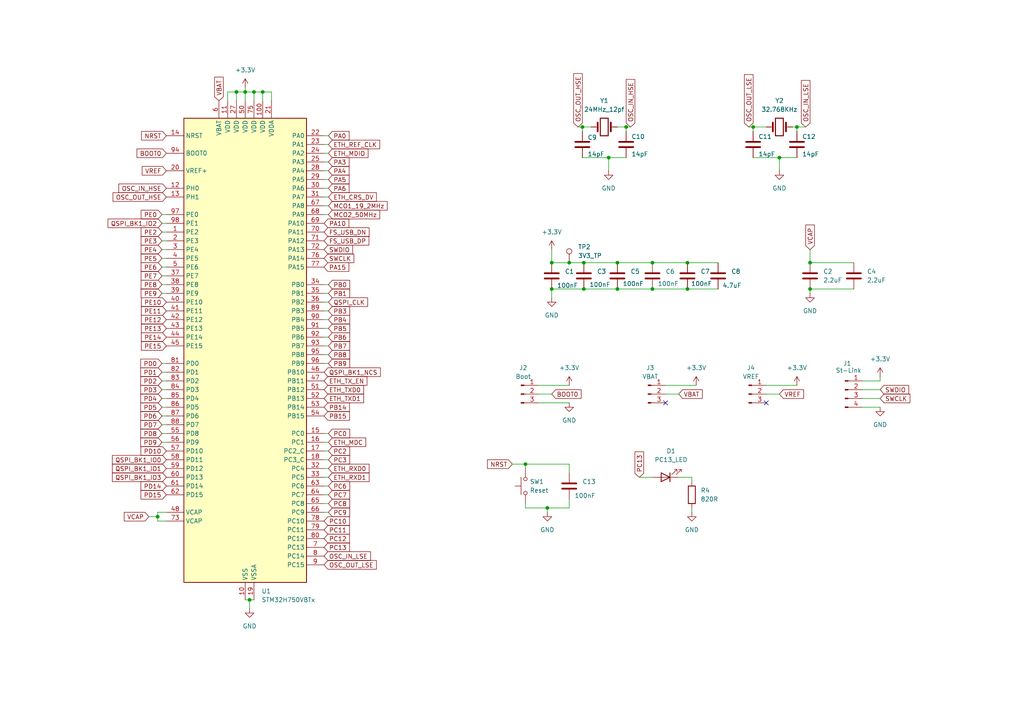
<source format=kicad_sch>
(kicad_sch (version 20231120) (generator "eeschema") (generator_version "8.0")
  (paper "A4")
  (lib_symbols
    (symbol "Connector:Conn_01x03_Pin" (pin_names (offset 1.016) hide)
      (property "Reference" "J" (at 0 5.08 0))
      (property "Value" "Conn_01x03_Pin" (at 0 -5.08 0))
      (symbol "Conn_01x03_Pin_1_1"
        (polyline (pts (xy 1.27 -2.54) (xy 0.8636 -2.54)) (stroke (width 0.1524)))
        (polyline (pts (xy 1.27 0) (xy 0.8636 0)) (stroke (width 0.1524)))
        (polyline (pts (xy 1.27 2.54) (xy 0.8636 2.54)) (stroke (width 0.1524)))
        (rectangle (start 0.8636 -2.413) (end 0 -2.667) (stroke (width 0.1524)) (fill (type outline)))
        (rectangle (start 0.8636 0.127) (end 0 -0.127) (stroke (width 0.1524)) (fill (type outline)))
        (rectangle (start 0.8636 2.667) (end 0 2.413) (stroke (width 0.1524)) (fill (type outline)))
        (pin passive line (at 5.08 2.54 180) (length 3.81) (name "Pin_1") (number "1"))
        (pin passive line (at 5.08 0 180) (length 3.81) (name "Pin_2") (number "2"))
        (pin passive line (at 5.08 -2.54 180) (length 3.81) (name "Pin_3") (number "3"))
      )
    )
    (symbol "Connector:Conn_01x04_Pin" (pin_names (offset 1.016) hide)
      (property "Reference" "J" (at 0 5.08 0))
      (property "Value" "Conn_01x04_Pin" (at 0 -7.62 0))
      (symbol "Conn_01x04_Pin_1_1"
        (polyline (pts (xy 1.27 -5.08) (xy 0.8636 -5.08)) (stroke (width 0.1524)))
        (polyline (pts (xy 1.27 -2.54) (xy 0.8636 -2.54)) (stroke (width 0.1524)))
        (polyline (pts (xy 1.27 0) (xy 0.8636 0)) (stroke (width 0.1524)))
        (polyline (pts (xy 1.27 2.54) (xy 0.8636 2.54)) (stroke (width 0.1524)))
        (rectangle (start 0.8636 -4.953) (end 0 -5.207) (stroke (width 0.1524)) (fill (type outline)))
        (rectangle (start 0.8636 -2.413) (end 0 -2.667) (stroke (width 0.1524)) (fill (type outline)))
        (rectangle (start 0.8636 0.127) (end 0 -0.127) (stroke (width 0.1524)) (fill (type outline)))
        (rectangle (start 0.8636 2.667) (end 0 2.413) (stroke (width 0.1524)) (fill (type outline)))
        (pin passive line (at 5.08 2.54 180) (length 3.81) (name "Pin_1") (number "1"))
        (pin passive line (at 5.08 0 180) (length 3.81) (name "Pin_2") (number "2"))
        (pin passive line (at 5.08 -2.54 180) (length 3.81) (name "Pin_3") (number "3"))
        (pin passive line (at 5.08 -5.08 180) (length 3.81) (name "Pin_4") (number "4"))
      )
    )
    (symbol "Connector:TestPoint" (pin_numbers hide) (pin_names (offset 0.762) hide)
      (property "Reference" "TP" (at 0 6.858 0))
      (property "Value" "TestPoint" (at 0 5.08 0))
      (symbol "TestPoint_0_1"
        (circle (center 0 3.302) (radius 0.762))
      )
      (symbol "TestPoint_1_1"
        (pin passive line (at 0 0 90) (length 2.54) (name "1") (number "1"))
      )
    )
    (symbol "Device:C" (pin_numbers hide) (pin_names (offset 0.254))
      (property "Reference" "C" (at 0.635 2.54 0))
      (property "Value" "C" (at 0.635 -2.54 0))
      (symbol "C_0_1"
        (polyline (pts (xy -2.032 -0.762) (xy 2.032 -0.762)) (stroke (width 0.508)))
        (polyline (pts (xy -2.032 0.762) (xy 2.032 0.762)) (stroke (width 0.508)))
      )
      (symbol "C_1_1"
        (pin passive line (at 0 3.81 270) (length 2.794) (name "~") (number "1"))
        (pin passive line (at 0 -3.81 90) (length 2.794) (name "~") (number "2"))
      )
    )
    (symbol "Device:Crystal" (pin_numbers hide) (pin_names (offset 1.016) hide)
      (property "Reference" "Y" (at 0 3.81 0))
      (property "Value" "Crystal" (at 0 -3.81 0))
      (symbol "Crystal_0_1"
        (rectangle (start -1.143 2.54) (end 1.143 -2.54) (stroke (width 0.3048)))
        (polyline (pts (xy -2.54 0) (xy -1.905 0)))
        (polyline (pts (xy -1.905 -1.27) (xy -1.905 1.27)) (stroke (width 0.508)))
        (polyline (pts (xy 1.905 -1.27) (xy 1.905 1.27)) (stroke (width 0.508)))
        (polyline (pts (xy 2.54 0) (xy 1.905 0)))
      )
      (symbol "Crystal_1_1"
        (pin passive line (at -3.81 0 0) (length 1.27) (name "1") (number "1"))
        (pin passive line (at 3.81 0 180) (length 1.27) (name "2") (number "2"))
      )
    )
    (symbol "Device:LED" (pin_numbers hide) (pin_names (offset 1.016) hide)
      (property "Reference" "D" (at 0 2.54 0))
      (property "Value" "LED" (at 0 -2.54 0))
      (symbol "LED_0_1"
        (polyline (pts (xy -1.27 -1.27) (xy -1.27 1.27)) (stroke (width 0.254)))
        (polyline (pts (xy -1.27 0) (xy 1.27 0)))
        (polyline (pts (xy 1.27 -1.27) (xy 1.27 1.27) (xy -1.27 0) (xy 1.27 -1.27)) (stroke (width 0.254)))
        (polyline (pts (xy -3.048 -0.762) (xy -4.572 -2.286) (xy -3.81 -2.286) (xy -4.572 -2.286) (xy -4.572 -1.524)))
        (polyline (pts (xy -1.778 -0.762) (xy -3.302 -2.286) (xy -2.54 -2.286) (xy -3.302 -2.286) (xy -3.302 -1.524)))
      )
      (symbol "LED_1_1"
        (pin passive line (at -3.81 0 0) (length 2.54) (name "K") (number "1"))
        (pin passive line (at 3.81 0 180) (length 2.54) (name "A") (number "2"))
      )
    )
    (symbol "Device:R" (pin_numbers hide) (pin_names (offset 0))
      (property "Reference" "R" (at 2.032 0 90))
      (property "Value" "R" (at 0 0 90))
      (symbol "R_0_1"
        (rectangle (start -1.016 -2.54) (end 1.016 2.54) (stroke (width 0.254)))
      )
      (symbol "R_1_1"
        (pin passive line (at 0 3.81 270) (length 1.27) (name "~") (number "1"))
        (pin passive line (at 0 -3.81 90) (length 1.27) (name "~") (number "2"))
      )
    )
    (symbol "MCU_ST_STM32H7:STM32H750VBTx"
      (property "Reference" "U" (at -17.78 69.85 0))
      (property "Value" "STM32H750VBTx" (at 10.16 69.85 0))
      (symbol "STM32H750VBTx_0_1"
        (rectangle (start -17.78 -66.04) (end 17.78 68.58) (stroke (width 0.254)) (fill (type background)))
      )
      (symbol "STM32H750VBTx_1_1"
        (pin bidirectional line (at -22.86 35.56 0) (length 5.08) (name "PE2") (number "1"))
        (pin power_in line (at 0 -71.12 90) (length 5.08) (name "VSS") (number "10"))
        (pin power_in line (at 5.08 73.66 270) (length 5.08) (name "VDD") (number "100"))
        (pin power_in line (at -5.08 73.66 270) (length 5.08) (name "VDD") (number "11"))
        (pin bidirectional line (at -22.86 48.26 0) (length 5.08) (name "PH0") (number "12"))
        (pin bidirectional line (at -22.86 45.72 0) (length 5.08) (name "PH1") (number "13"))
        (pin input line (at -22.86 63.5 0) (length 5.08) (name "NRST") (number "14"))
        (pin bidirectional line (at 22.86 -22.86 180) (length 5.08) (name "PC0") (number "15"))
        (pin bidirectional line (at 22.86 -25.4 180) (length 5.08) (name "PC1") (number "16"))
        (pin bidirectional line (at 22.86 -27.94 180) (length 5.08) (name "PC2_C") (number "17"))
        (pin bidirectional line (at 22.86 -30.48 180) (length 5.08) (name "PC3_C") (number "18"))
        (pin power_in line (at 2.54 -71.12 90) (length 5.08) (name "VSSA") (number "19"))
        (pin bidirectional line (at -22.86 33.02 0) (length 5.08) (name "PE3") (number "2"))
        (pin input line (at -22.86 53.34 0) (length 5.08) (name "VREF+") (number "20"))
        (pin power_in line (at 7.62 73.66 270) (length 5.08) (name "VDDA") (number "21"))
        (pin bidirectional line (at 22.86 63.5 180) (length 5.08) (name "PA0") (number "22"))
        (pin bidirectional line (at 22.86 60.96 180) (length 5.08) (name "PA1") (number "23"))
        (pin bidirectional line (at 22.86 58.42 180) (length 5.08) (name "PA2") (number "24"))
        (pin bidirectional line (at 22.86 55.88 180) (length 5.08) (name "PA3") (number "25"))
        (pin passive line (at 0 -71.12 90) (length 5.08) hide (name "VSS") (number "26"))
        (pin power_in line (at -2.54 73.66 270) (length 5.08) (name "VDD") (number "27"))
        (pin bidirectional line (at 22.86 53.34 180) (length 5.08) (name "PA4") (number "28"))
        (pin bidirectional line (at 22.86 50.8 180) (length 5.08) (name "PA5") (number "29"))
        (pin bidirectional line (at -22.86 30.48 0) (length 5.08) (name "PE4") (number "3"))
        (pin bidirectional line (at 22.86 48.26 180) (length 5.08) (name "PA6") (number "30"))
        (pin bidirectional line (at 22.86 45.72 180) (length 5.08) (name "PA7") (number "31"))
        (pin bidirectional line (at 22.86 -33.02 180) (length 5.08) (name "PC4") (number "32"))
        (pin bidirectional line (at 22.86 -35.56 180) (length 5.08) (name "PC5") (number "33"))
        (pin bidirectional line (at 22.86 20.32 180) (length 5.08) (name "PB0") (number "34"))
        (pin bidirectional line (at 22.86 17.78 180) (length 5.08) (name "PB1") (number "35"))
        (pin bidirectional line (at 22.86 15.24 180) (length 5.08) (name "PB2") (number "36"))
        (pin bidirectional line (at -22.86 22.86 0) (length 5.08) (name "PE7") (number "37"))
        (pin bidirectional line (at -22.86 20.32 0) (length 5.08) (name "PE8") (number "38"))
        (pin bidirectional line (at -22.86 17.78 0) (length 5.08) (name "PE9") (number "39"))
        (pin bidirectional line (at -22.86 27.94 0) (length 5.08) (name "PE5") (number "4"))
        (pin bidirectional line (at -22.86 15.24 0) (length 5.08) (name "PE10") (number "40"))
        (pin bidirectional line (at -22.86 12.7 0) (length 5.08) (name "PE11") (number "41"))
        (pin bidirectional line (at -22.86 10.16 0) (length 5.08) (name "PE12") (number "42"))
        (pin bidirectional line (at -22.86 7.62 0) (length 5.08) (name "PE13") (number "43"))
        (pin bidirectional line (at -22.86 5.08 0) (length 5.08) (name "PE14") (number "44"))
        (pin bidirectional line (at -22.86 2.54 0) (length 5.08) (name "PE15") (number "45"))
        (pin bidirectional line (at 22.86 -5.08 180) (length 5.08) (name "PB10") (number "46"))
        (pin bidirectional line (at 22.86 -7.62 180) (length 5.08) (name "PB11") (number "47"))
        (pin power_out line (at -22.86 -45.72 0) (length 5.08) (name "VCAP") (number "48"))
        (pin passive line (at 0 -71.12 90) (length 5.08) hide (name "VSS") (number "49"))
        (pin bidirectional line (at -22.86 25.4 0) (length 5.08) (name "PE6") (number "5"))
        (pin power_in line (at 0 73.66 270) (length 5.08) (name "VDD") (number "50"))
        (pin bidirectional line (at 22.86 -10.16 180) (length 5.08) (name "PB12") (number "51"))
        (pin bidirectional line (at 22.86 -12.7 180) (length 5.08) (name "PB13") (number "52"))
        (pin bidirectional line (at 22.86 -15.24 180) (length 5.08) (name "PB14") (number "53"))
        (pin bidirectional line (at 22.86 -17.78 180) (length 5.08) (name "PB15") (number "54"))
        (pin bidirectional line (at -22.86 -22.86 0) (length 5.08) (name "PD8") (number "55"))
        (pin bidirectional line (at -22.86 -25.4 0) (length 5.08) (name "PD9") (number "56"))
        (pin bidirectional line (at -22.86 -27.94 0) (length 5.08) (name "PD10") (number "57"))
        (pin bidirectional line (at -22.86 -30.48 0) (length 5.08) (name "PD11") (number "58"))
        (pin bidirectional line (at -22.86 -33.02 0) (length 5.08) (name "PD12") (number "59"))
        (pin power_in line (at -7.62 73.66 270) (length 5.08) (name "VBAT") (number "6"))
        (pin bidirectional line (at -22.86 -35.56 0) (length 5.08) (name "PD13") (number "60"))
        (pin bidirectional line (at -22.86 -38.1 0) (length 5.08) (name "PD14") (number "61"))
        (pin bidirectional line (at -22.86 -40.64 0) (length 5.08) (name "PD15") (number "62"))
        (pin bidirectional line (at 22.86 -38.1 180) (length 5.08) (name "PC6") (number "63"))
        (pin bidirectional line (at 22.86 -40.64 180) (length 5.08) (name "PC7") (number "64"))
        (pin bidirectional line (at 22.86 -43.18 180) (length 5.08) (name "PC8") (number "65"))
        (pin bidirectional line (at 22.86 -45.72 180) (length 5.08) (name "PC9") (number "66"))
        (pin bidirectional line (at 22.86 43.18 180) (length 5.08) (name "PA8") (number "67"))
        (pin bidirectional line (at 22.86 40.64 180) (length 5.08) (name "PA9") (number "68"))
        (pin bidirectional line (at 22.86 38.1 180) (length 5.08) (name "PA10") (number "69"))
        (pin bidirectional line (at 22.86 -55.88 180) (length 5.08) (name "PC13") (number "7"))
        (pin bidirectional line (at 22.86 35.56 180) (length 5.08) (name "PA11") (number "70"))
        (pin bidirectional line (at 22.86 33.02 180) (length 5.08) (name "PA12") (number "71"))
        (pin bidirectional line (at 22.86 30.48 180) (length 5.08) (name "PA13") (number "72"))
        (pin power_out line (at -22.86 -48.26 0) (length 5.08) (name "VCAP") (number "73"))
        (pin passive line (at 0 -71.12 90) (length 5.08) hide (name "VSS") (number "74"))
        (pin power_in line (at 2.54 73.66 270) (length 5.08) (name "VDD") (number "75"))
        (pin bidirectional line (at 22.86 27.94 180) (length 5.08) (name "PA14") (number "76"))
        (pin bidirectional line (at 22.86 25.4 180) (length 5.08) (name "PA15") (number "77"))
        (pin bidirectional line (at 22.86 -48.26 180) (length 5.08) (name "PC10") (number "78"))
        (pin bidirectional line (at 22.86 -50.8 180) (length 5.08) (name "PC11") (number "79"))
        (pin bidirectional line (at 22.86 -58.42 180) (length 5.08) (name "PC14") (number "8"))
        (pin bidirectional line (at 22.86 -53.34 180) (length 5.08) (name "PC12") (number "80"))
        (pin bidirectional line (at -22.86 -2.54 0) (length 5.08) (name "PD0") (number "81"))
        (pin bidirectional line (at -22.86 -5.08 0) (length 5.08) (name "PD1") (number "82"))
        (pin bidirectional line (at -22.86 -7.62 0) (length 5.08) (name "PD2") (number "83"))
        (pin bidirectional line (at -22.86 -10.16 0) (length 5.08) (name "PD3") (number "84"))
        (pin bidirectional line (at -22.86 -12.7 0) (length 5.08) (name "PD4") (number "85"))
        (pin bidirectional line (at -22.86 -15.24 0) (length 5.08) (name "PD5") (number "86"))
        (pin bidirectional line (at -22.86 -17.78 0) (length 5.08) (name "PD6") (number "87"))
        (pin bidirectional line (at -22.86 -20.32 0) (length 5.08) (name "PD7") (number "88"))
        (pin bidirectional line (at 22.86 12.7 180) (length 5.08) (name "PB3") (number "89"))
        (pin bidirectional line (at 22.86 -60.96 180) (length 5.08) (name "PC15") (number "9"))
        (pin bidirectional line (at 22.86 10.16 180) (length 5.08) (name "PB4") (number "90"))
        (pin bidirectional line (at 22.86 7.62 180) (length 5.08) (name "PB5") (number "91"))
        (pin bidirectional line (at 22.86 5.08 180) (length 5.08) (name "PB6") (number "92"))
        (pin bidirectional line (at 22.86 2.54 180) (length 5.08) (name "PB7") (number "93"))
        (pin input line (at -22.86 58.42 0) (length 5.08) (name "BOOT0") (number "94"))
        (pin bidirectional line (at 22.86 0 180) (length 5.08) (name "PB8") (number "95"))
        (pin bidirectional line (at 22.86 -2.54 180) (length 5.08) (name "PB9") (number "96"))
        (pin bidirectional line (at -22.86 40.64 0) (length 5.08) (name "PE0") (number "97"))
        (pin bidirectional line (at -22.86 38.1 0) (length 5.08) (name "PE1") (number "98"))
        (pin passive line (at 0 -71.12 90) (length 5.08) hide (name "VSS") (number "99"))
      )
    )
    (symbol "Switch:SW_Push" (pin_numbers hide) (pin_names (offset 1.016) hide)
      (property "Reference" "SW" (at 1.27 2.54 0))
      (property "Value" "SW_Push" (at 0 -1.524 0))
      (symbol "SW_Push_0_1"
        (circle (center -2.032 0) (radius 0.508))
        (polyline (pts (xy 0 1.27) (xy 0 3.048)))
        (polyline (pts (xy 2.54 1.27) (xy -2.54 1.27)))
        (circle (center 2.032 0) (radius 0.508))
        (pin passive line (at -5.08 0 0) (length 2.54) (name "1") (number "1"))
        (pin passive line (at 5.08 0 180) (length 2.54) (name "2") (number "2"))
      )
    )
    (symbol "power:+3.3V" (power) (pin_numbers hide) (pin_names (offset 0) hide)
      (property "Value" "+3.3V" (at 0 3.556 0))
      (symbol "+3.3V_0_1"
        (polyline (pts (xy -0.762 1.27) (xy 0 2.54)))
        (polyline (pts (xy 0 0) (xy 0 2.54)))
        (polyline (pts (xy 0 2.54) (xy 0.762 1.27)))
      )
      (symbol "+3.3V_1_1"
        (pin power_in line (at 0 0 90) (length 0) (name "~") (number "1"))
      )
    )
    (symbol "power:GND" (power) (pin_numbers hide) (pin_names (offset 0) hide)
      (property "Value" "GND" (at 0 -3.81 0))
      (symbol "GND_0_1"
        (polyline (pts (xy 0 0) (xy 0 -1.27) (xy 1.27 -1.27) (xy 0 -2.54) (xy -1.27 -1.27) (xy 0 -1.27)))
      )
      (symbol "GND_1_1"
        (pin power_in line (at 0 0 270) (length 0) (name "~") (number "1"))
      )
    )
  )
  (junction (at 231.14 36.83))
  (junction (at 73.66 26.67))
  (junction (at 72.39 173.99))
  (junction (at 199.39 83.82))
  (junction (at 199.39 76.2))
  (junction (at 160.02 76.2))
  (junction (at 169.3371 83.82))
  (junction (at 189.23 83.82))
  (junction (at 181.61 36.83))
  (junction (at 152.4 134.62))
  (junction (at 218.44 36.83))
  (junction (at 71.12 26.67))
  (junction (at 189.23 76.2))
  (junction (at 169.3371 76.2))
  (junction (at 168.91 36.83))
  (junction (at 179.07 83.82))
  (junction (at 45.72 149.86))
  (junction (at 179.07 76.2))
  (junction (at 76.2 26.67))
  (junction (at 68.58 26.67))
  (junction (at 160.02 83.82))
  (junction (at 176.53 45.72))
  (junction (at 234.95 83.82))
  (junction (at 234.95 76.2))
  (junction (at 226.06 45.72))
  (junction (at 158.75 147.32))
  (junction (at 165.1 76.2))
  (no_connect (at 222.25 116.84))
  (no_connect (at 193.04 116.84))
  (wire (pts (xy 95.25 62.23) (xy 93.98 62.23)))
  (wire (pts (xy 66.04 26.67) (xy 66.04 29.21)))
  (wire (pts (xy 250.19 113.03) (xy 255.27 113.03)))
  (wire (pts (xy 234.95 76.2) (xy 247.65 76.2)))
  (wire (pts (xy 189.23 83.82) (xy 199.39 83.82)))
  (wire (pts (xy 250.19 110.49) (xy 255.27 110.49)))
  (wire (pts (xy 95.25 130.81) (xy 93.98 130.81)))
  (wire (pts (xy 46.99 115.57) (xy 48.26 115.57)))
  (wire (pts (xy 152.4 147.32) (xy 158.75 147.32)))
  (wire (pts (xy 160.02 114.3) (xy 156.21 114.3)))
  (wire (pts (xy 48.26 148.59) (xy 45.72 148.59)))
  (wire (pts (xy 218.44 36.83) (xy 218.44 38.1)))
  (wire (pts (xy 46.99 105.41) (xy 48.26 105.41)))
  (wire (pts (xy 95.25 82.55) (xy 93.98 82.55)))
  (wire (pts (xy 95.25 105.41) (xy 93.98 105.41)))
  (wire (pts (xy 152.4 147.32) (xy 152.4 146.05)))
  (wire (pts (xy 78.74 29.21) (xy 78.74 26.67)))
  (wire (pts (xy 179.07 36.83) (xy 181.61 36.83)))
  (wire (pts (xy 234.95 83.82) (xy 234.95 85.09)))
  (wire (pts (xy 158.75 147.32) (xy 165.1 147.32)))
  (wire (pts (xy 95.25 148.59) (xy 93.98 148.59)))
  (wire (pts (xy 95.25 135.89) (xy 93.98 135.89)))
  (wire (pts (xy 226.06 45.72) (xy 226.06 49.53)))
  (wire (pts (xy 46.99 64.77) (xy 48.26 64.77)))
  (wire (pts (xy 176.53 45.72) (xy 176.53 49.53)))
  (wire (pts (xy 76.2 26.67) (xy 73.66 26.67)))
  (wire (pts (xy 45.72 149.86) (xy 43.18 149.86)))
  (wire (pts (xy 169.3371 83.82) (xy 179.07 83.82)))
  (wire (pts (xy 231.14 36.83) (xy 231.14 38.1)))
  (wire (pts (xy 168.91 45.72) (xy 176.53 45.72)))
  (wire (pts (xy 226.06 45.72) (xy 231.14 45.72)))
  (wire (pts (xy 250.19 118.11) (xy 255.27 118.11)))
  (wire (pts (xy 95.25 138.43) (xy 93.98 138.43)))
  (wire (pts (xy 95.25 92.71) (xy 93.98 92.71)))
  (wire (pts (xy 167.64 36.83) (xy 168.91 36.83)))
  (wire (pts (xy 217.17 36.83) (xy 218.44 36.83)))
  (wire (pts (xy 160.02 76.2) (xy 165.1 76.2)))
  (wire (pts (xy 199.39 83.82) (xy 208.28 83.82)))
  (wire (pts (xy 189.23 76.2) (xy 199.39 76.2)))
  (wire (pts (xy 95.25 100.33) (xy 93.98 100.33)))
  (wire (pts (xy 46.99 67.31) (xy 48.26 67.31)))
  (wire (pts (xy 229.87 36.83) (xy 231.14 36.83)))
  (wire (pts (xy 95.25 102.87) (xy 93.98 102.87)))
  (wire (pts (xy 152.4 134.62) (xy 152.4 135.89)))
  (wire (pts (xy 95.25 52.07) (xy 93.98 52.07)))
  (wire (pts (xy 226.06 114.3) (xy 222.25 114.3)))
  (wire (pts (xy 46.99 107.95) (xy 48.26 107.95)))
  (wire (pts (xy 72.39 173.99) (xy 72.39 176.53)))
  (wire (pts (xy 45.72 151.13) (xy 45.72 149.86)))
  (wire (pts (xy 160.02 83.82) (xy 169.3371 83.82)))
  (wire (pts (xy 95.25 95.25) (xy 93.98 95.25)))
  (wire (pts (xy 160.02 72.39) (xy 160.02 76.2)))
  (wire (pts (xy 95.25 140.97) (xy 93.98 140.97)))
  (wire (pts (xy 46.99 74.93) (xy 48.26 74.93)))
  (wire (pts (xy 95.25 87.63) (xy 93.98 87.63)))
  (wire (pts (xy 255.27 110.49) (xy 255.27 109.22)))
  (wire (pts (xy 193.04 111.76) (xy 201.93 111.76)))
  (wire (pts (xy 168.91 36.83) (xy 168.91 38.1)))
  (wire (pts (xy 196.85 114.3) (xy 193.04 114.3)))
  (wire (pts (xy 46.99 120.65) (xy 48.26 120.65)))
  (wire (pts (xy 78.74 26.67) (xy 76.2 26.67)))
  (wire (pts (xy 176.53 45.72) (xy 181.61 45.72)))
  (wire (pts (xy 46.99 113.03) (xy 48.26 113.03)))
  (wire (pts (xy 68.58 26.67) (xy 66.04 26.67)))
  (wire (pts (xy 95.25 133.35) (xy 93.98 133.35)))
  (wire (pts (xy 46.99 69.85) (xy 48.26 69.85)))
  (wire (pts (xy 95.25 57.15) (xy 93.98 57.15)))
  (wire (pts (xy 45.72 148.59) (xy 45.72 149.86)))
  (wire (pts (xy 179.07 76.2) (xy 189.23 76.2)))
  (wire (pts (xy 46.99 77.47) (xy 48.26 77.47)))
  (wire (pts (xy 68.58 26.67) (xy 68.58 29.21)))
  (wire (pts (xy 71.12 26.67) (xy 68.58 26.67)))
  (wire (pts (xy 46.99 82.55) (xy 48.26 82.55)))
  (wire (pts (xy 71.12 173.99) (xy 72.39 173.99)))
  (wire (pts (xy 95.25 44.45) (xy 93.98 44.45)))
  (wire (pts (xy 46.99 80.01) (xy 48.26 80.01)))
  (wire (pts (xy 72.39 173.99) (xy 73.66 173.99)))
  (wire (pts (xy 95.25 46.99) (xy 93.98 46.99)))
  (wire (pts (xy 200.66 147.32) (xy 200.66 148.59)))
  (wire (pts (xy 234.95 72.39) (xy 234.95 76.2)))
  (wire (pts (xy 165.1 137.16) (xy 165.1 134.62)))
  (wire (pts (xy 95.25 90.17) (xy 93.98 90.17)))
  (wire (pts (xy 168.91 36.83) (xy 171.45 36.83)))
  (wire (pts (xy 199.39 76.2) (xy 208.28 76.2)))
  (wire (pts (xy 234.95 83.82) (xy 247.65 83.82)))
  (wire (pts (xy 156.21 116.84) (xy 165.1 116.84)))
  (wire (pts (xy 46.99 123.19) (xy 48.26 123.19)))
  (wire (pts (xy 46.99 128.27) (xy 48.26 128.27)))
  (wire (pts (xy 95.25 85.09) (xy 93.98 85.09)))
  (wire (pts (xy 46.99 110.49) (xy 48.26 110.49)))
  (wire (pts (xy 156.21 111.76) (xy 165.1 111.76)))
  (wire (pts (xy 181.61 36.83) (xy 181.61 38.1)))
  (wire (pts (xy 250.19 115.57) (xy 255.27 115.57)))
  (wire (pts (xy 95.25 54.61) (xy 93.98 54.61)))
  (wire (pts (xy 95.25 128.27) (xy 93.98 128.27)))
  (wire (pts (xy 152.4 134.62) (xy 165.1 134.62)))
  (wire (pts (xy 95.25 125.73) (xy 93.98 125.73)))
  (wire (pts (xy 95.25 49.53) (xy 93.98 49.53)))
  (wire (pts (xy 73.66 26.67) (xy 73.66 29.21)))
  (wire (pts (xy 169.3371 76.2) (xy 179.07 76.2)))
  (wire (pts (xy 181.61 36.83) (xy 182.88 36.83)))
  (wire (pts (xy 46.99 72.39) (xy 48.26 72.39)))
  (wire (pts (xy 200.66 138.43) (xy 196.85 138.43)))
  (wire (pts (xy 200.66 139.7) (xy 200.66 138.43)))
  (wire (pts (xy 179.07 83.82) (xy 189.23 83.82)))
  (wire (pts (xy 46.99 85.09) (xy 48.26 85.09)))
  (wire (pts (xy 48.26 151.13) (xy 45.72 151.13)))
  (wire (pts (xy 71.12 25.4) (xy 71.12 26.67)))
  (wire (pts (xy 46.99 125.73) (xy 48.26 125.73)))
  (wire (pts (xy 76.2 26.67) (xy 76.2 29.21)))
  (wire (pts (xy 218.44 45.72) (xy 226.06 45.72)))
  (wire (pts (xy 71.12 26.67) (xy 71.12 29.21)))
  (wire (pts (xy 218.44 36.83) (xy 222.25 36.83)))
  (wire (pts (xy 231.14 36.83) (xy 233.68 36.83)))
  (wire (pts (xy 95.25 143.51) (xy 93.98 143.51)))
  (wire (pts (xy 95.25 39.37) (xy 93.98 39.37)))
  (wire (pts (xy 185.42 138.43) (xy 189.23 138.43)))
  (wire (pts (xy 95.25 41.91) (xy 93.98 41.91)))
  (wire (pts (xy 158.75 147.32) (xy 158.75 148.59)))
  (wire (pts (xy 73.66 26.67) (xy 71.12 26.67)))
  (wire (pts (xy 165.1 144.78) (xy 165.1 147.32)))
  (wire (pts (xy 95.25 59.69) (xy 93.98 59.69)))
  (wire (pts (xy 95.25 97.79) (xy 93.98 97.79)))
  (wire (pts (xy 160.02 83.82) (xy 160.02 86.36)))
  (wire (pts (xy 95.25 146.05) (xy 93.98 146.05)))
  (wire (pts (xy 46.99 62.23) (xy 48.26 62.23)))
  (wire (pts (xy 165.1 76.2) (xy 169.3371 76.2)))
  (wire (pts (xy 148.59 134.62) (xy 152.4 134.62)))
  (wire (pts (xy 222.25 111.76) (xy 231.14 111.76)))
  (wire (pts (xy 46.99 118.11) (xy 48.26 118.11)))
  (global_label "PE11" (shape input) (at 48.26 90.17 180) (property "Intersheetrefs" "${INTERSHEET_REFS}" (effects (hide yes))))
  (global_label "PB4" (shape input) (at 95.25 92.71 0) (property "Intersheetrefs" "${INTERSHEET_REFS}" (effects (hide yes))))
  (global_label "ETH_CRS_DV" (shape input) (at 95.25 57.15 0) (property "Intersheetrefs" "${INTERSHEET_REFS}" (effects (hide yes))))
  (global_label "PE9" (shape input) (at 46.99 85.09 180) (property "Intersheetrefs" "${INTERSHEET_REFS}" (effects (hide yes))))
  (global_label "PD5" (shape input) (at 46.99 118.11 180) (property "Intersheetrefs" "${INTERSHEET_REFS}" (effects (hide yes))))
  (global_label "PB1" (shape input) (at 95.25 85.09 0) (property "Intersheetrefs" "${INTERSHEET_REFS}" (effects (hide yes))))
  (global_label "PB3" (shape input) (at 95.25 90.17 0) (property "Intersheetrefs" "${INTERSHEET_REFS}" (effects (hide yes))))
  (global_label "PC7" (shape input) (at 95.25 143.51 0) (property "Intersheetrefs" "${INTERSHEET_REFS}" (effects (hide yes))))
  (global_label "PE5" (shape input) (at 46.99 74.93 180) (property "Intersheetrefs" "${INTERSHEET_REFS}" (effects (hide yes))))
  (global_label "VREF" (shape input) (at 48.26 49.53 180) (property "Intersheetrefs" "${INTERSHEET_REFS}" (effects (hide yes))))
  (global_label "ETH_RXD1" (shape input) (at 95.25 138.43 0) (property "Intersheetrefs" "${INTERSHEET_REFS}" (effects (hide yes))))
  (global_label "PA10" (shape input) (at 93.98 64.77 0) (property "Intersheetrefs" "${INTERSHEET_REFS}" (effects (hide yes))))
  (global_label "PC6" (shape input) (at 95.25 140.97 0) (property "Intersheetrefs" "${INTERSHEET_REFS}" (effects (hide yes))))
  (global_label "PC9" (shape input) (at 95.25 148.59 0) (property "Intersheetrefs" "${INTERSHEET_REFS}" (effects (hide yes))))
  (global_label "PD4" (shape input) (at 46.99 115.57 180) (property "Intersheetrefs" "${INTERSHEET_REFS}" (effects (hide yes))))
  (global_label "PC11" (shape input) (at 93.98 153.67 0) (property "Intersheetrefs" "${INTERSHEET_REFS}" (effects (hide yes))))
  (global_label "ETH_REF_CLK" (shape input) (at 95.25 41.91 0) (property "Intersheetrefs" "${INTERSHEET_REFS}" (effects (hide yes))))
  (global_label "PA3" (shape input) (at 95.25 46.99 0) (property "Intersheetrefs" "${INTERSHEET_REFS}" (effects (hide yes))))
  (global_label "PD7" (shape input) (at 46.99 123.19 180) (property "Intersheetrefs" "${INTERSHEET_REFS}" (effects (hide yes))))
  (global_label "PC3" (shape input) (at 95.25 133.35 0) (property "Intersheetrefs" "${INTERSHEET_REFS}" (effects (hide yes))))
  (global_label "PC8" (shape input) (at 95.25 146.05 0) (property "Intersheetrefs" "${INTERSHEET_REFS}" (effects (hide yes))))
  (global_label "NRST" (shape input) (at 48.26 39.37 180) (property "Intersheetrefs" "${INTERSHEET_REFS}" (effects (hide yes))))
  (global_label "PE6" (shape input) (at 46.99 77.47 180) (property "Intersheetrefs" "${INTERSHEET_REFS}" (effects (hide yes))))
  (global_label "PC2" (shape input) (at 95.25 130.81 0) (property "Intersheetrefs" "${INTERSHEET_REFS}" (effects (hide yes))))
  (global_label "PA15" (shape input) (at 93.98 77.47 0) (property "Intersheetrefs" "${INTERSHEET_REFS}" (effects (hide yes))))
  (global_label "OSC_OUT_HSE" (shape input) (at 48.26 57.15 180) (property "Intersheetrefs" "${INTERSHEET_REFS}" (effects (hide yes))))
  (global_label "PE3" (shape input) (at 46.99 69.85 180) (property "Intersheetrefs" "${INTERSHEET_REFS}" (effects (hide yes))))
  (global_label "BOOT0" (shape input) (at 48.26 44.45 180) (property "Intersheetrefs" "${INTERSHEET_REFS}" (effects (hide yes))))
  (global_label "OSC_OUT_LSE" (shape input) (at 93.98 163.83 0) (property "Intersheetrefs" "${INTERSHEET_REFS}" (effects (hide yes))))
  (global_label "PA4" (shape input) (at 95.25 49.53 0) (property "Intersheetrefs" "${INTERSHEET_REFS}" (effects (hide yes))))
  (global_label "PE10" (shape input) (at 48.26 87.63 180) (property "Intersheetrefs" "${INTERSHEET_REFS}" (effects (hide yes))))
  (global_label "PE13" (shape input) (at 48.26 95.25 180) (property "Intersheetrefs" "${INTERSHEET_REFS}" (effects (hide yes))))
  (global_label "ETH_MDIO" (shape input) (at 95.25 44.45 0) (property "Intersheetrefs" "${INTERSHEET_REFS}" (effects (hide yes))))
  (global_label "VCAP" (shape input) (at 234.95 72.39 90) (property "Intersheetrefs" "${INTERSHEET_REFS}" (effects (hide yes))))
  (global_label "PE14" (shape input) (at 48.26 97.79 180) (property "Intersheetrefs" "${INTERSHEET_REFS}" (effects (hide yes))))
  (global_label "PE12" (shape input) (at 48.26 92.71 180) (property "Intersheetrefs" "${INTERSHEET_REFS}" (effects (hide yes))))
  (global_label "OSC_OUT_LSE" (shape input) (at 217.17 36.83 90) (property "Intersheetrefs" "${INTERSHEET_REFS}" (effects (hide yes))))
  (global_label "PC13" (shape input) (at 93.98 158.75 0) (property "Intersheetrefs" "${INTERSHEET_REFS}" (effects (hide yes))))
  (global_label "OSC_IN_HSE" (shape input) (at 182.88 36.83 90) (property "Intersheetrefs" "${INTERSHEET_REFS}" (effects (hide yes))))
  (global_label "PB0" (shape input) (at 95.25 82.55 0) (property "Intersheetrefs" "${INTERSHEET_REFS}" (effects (hide yes))))
  (global_label "PD9" (shape input) (at 46.99 128.27 180) (property "Intersheetrefs" "${INTERSHEET_REFS}" (effects (hide yes))))
  (global_label "PB5" (shape input) (at 95.25 95.25 0) (property "Intersheetrefs" "${INTERSHEET_REFS}" (effects (hide yes))))
  (global_label "ETH_TXD1" (shape input) (at 93.98 115.57 0) (property "Intersheetrefs" "${INTERSHEET_REFS}" (effects (hide yes))))
  (global_label "PB9" (shape input) (at 95.25 105.41 0) (property "Intersheetrefs" "${INTERSHEET_REFS}" (effects (hide yes))))
  (global_label "NRST" (shape input) (at 148.59 134.62 180) (property "Intersheetrefs" "${INTERSHEET_REFS}" (effects (hide yes))))
  (global_label "PE2" (shape input) (at 46.99 67.31 180) (property "Intersheetrefs" "${INTERSHEET_REFS}" (effects (hide yes))))
  (global_label "MCO2_50MHz" (shape input) (at 95.25 62.23 0) (property "Intersheetrefs" "${INTERSHEET_REFS}" (effects (hide yes))))
  (global_label "VREF" (shape input) (at 226.06 114.3 0) (property "Intersheetrefs" "${INTERSHEET_REFS}" (effects (hide yes))))
  (global_label "PD1" (shape input) (at 46.99 107.95 180) (property "Intersheetrefs" "${INTERSHEET_REFS}" (effects (hide yes))))
  (global_label "PC13" (shape input) (at 185.42 138.43 90) (property "Intersheetrefs" "${INTERSHEET_REFS}" (effects (hide yes))))
  (global_label "PA6" (shape input) (at 95.25 54.61 0) (property "Intersheetrefs" "${INTERSHEET_REFS}" (effects (hide yes))))
  (global_label "OSC_IN_HSE" (shape input) (at 48.26 54.61 180) (property "Intersheetrefs" "${INTERSHEET_REFS}" (effects (hide yes))))
  (global_label "SWDIO" (shape input) (at 93.98 72.39 0) (property "Intersheetrefs" "${INTERSHEET_REFS}" (effects (hide yes))))
  (global_label "VBAT" (shape input) (at 196.85 114.3 0) (property "Intersheetrefs" "${INTERSHEET_REFS}" (effects (hide yes))))
  (global_label "FS_USB_DN" (shape input) (at 93.98 67.31 0) (property "Intersheetrefs" "${INTERSHEET_REFS}" (effects (hide yes))))
  (global_label "PA0" (shape input) (at 95.25 39.37 0) (property "Intersheetrefs" "${INTERSHEET_REFS}" (effects (hide yes))))
  (global_label "PB14" (shape input) (at 93.98 118.11 0) (property "Intersheetrefs" "${INTERSHEET_REFS}" (effects (hide yes))))
  (global_label "QSPI_CLK" (shape input) (at 95.25 87.63 0) (property "Intersheetrefs" "${INTERSHEET_REFS}" (effects (hide yes))))
  (global_label "VCAP" (shape input) (at 43.18 149.86 180) (property "Intersheetrefs" "${INTERSHEET_REFS}" (effects (hide yes))))
  (global_label "PD6" (shape input) (at 46.99 120.65 180) (property "Intersheetrefs" "${INTERSHEET_REFS}" (effects (hide yes))))
  (global_label "PB15" (shape input) (at 93.98 120.65 0) (property "Intersheetrefs" "${INTERSHEET_REFS}" (effects (hide yes))))
  (global_label "PD0" (shape input) (at 46.99 105.41 180) (property "Intersheetrefs" "${INTERSHEET_REFS}" (effects (hide yes))))
  (global_label "PA5" (shape input) (at 95.25 52.07 0) (property "Intersheetrefs" "${INTERSHEET_REFS}" (effects (hide yes))))
  (global_label "PC12" (shape input) (at 93.98 156.21 0) (property "Intersheetrefs" "${INTERSHEET_REFS}" (effects (hide yes))))
  (global_label "VBAT" (shape input) (at 63.5 29.21 90) (property "Intersheetrefs" "${INTERSHEET_REFS}" (effects (hide yes))))
  (global_label "QSPI_BK1_IO2" (shape input) (at 46.99 64.77 180) (property "Intersheetrefs" "${INTERSHEET_REFS}" (effects (hide yes))))
  (global_label "PE15" (shape input) (at 48.26 100.33 180) (property "Intersheetrefs" "${INTERSHEET_REFS}" (effects (hide yes))))
  (global_label "QSPI_BK1_IO0" (shape input) (at 48.26 133.35 180) (property "Intersheetrefs" "${INTERSHEET_REFS}" (effects (hide yes))))
  (global_label "PD8" (shape input) (at 46.99 125.73 180) (property "Intersheetrefs" "${INTERSHEET_REFS}" (effects (hide yes))))
  (global_label "PB6" (shape input) (at 95.25 97.79 0) (property "Intersheetrefs" "${INTERSHEET_REFS}" (effects (hide yes))))
  (global_label "ETH_TX_EN" (shape input) (at 93.98 110.49 0) (property "Intersheetrefs" "${INTERSHEET_REFS}" (effects (hide yes))))
  (global_label "PB7" (shape input) (at 95.25 100.33 0) (property "Intersheetrefs" "${INTERSHEET_REFS}" (effects (hide yes))))
  (global_label "QSPI_BK1_IO1" (shape input) (at 48.26 135.89 180) (property "Intersheetrefs" "${INTERSHEET_REFS}" (effects (hide yes))))
  (global_label "PE8" (shape input) (at 46.99 82.55 180) (property "Intersheetrefs" "${INTERSHEET_REFS}" (effects (hide yes))))
  (global_label "SWCLK" (shape input) (at 255.27 115.57 0) (property "Intersheetrefs" "${INTERSHEET_REFS}" (effects (hide yes))))
  (global_label "PD14" (shape input) (at 48.26 140.97 180) (property "Intersheetrefs" "${INTERSHEET_REFS}" (effects (hide yes))))
  (global_label "PB8" (shape input) (at 95.25 102.87 0) (property "Intersheetrefs" "${INTERSHEET_REFS}" (effects (hide yes))))
  (global_label "PD2" (shape input) (at 46.99 110.49 180) (property "Intersheetrefs" "${INTERSHEET_REFS}" (effects (hide yes))))
  (global_label "FS_USB_DP" (shape input) (at 93.98 69.85 0) (property "Intersheetrefs" "${INTERSHEET_REFS}" (effects (hide yes))))
  (global_label "PD15" (shape input) (at 48.26 143.51 180) (property "Intersheetrefs" "${INTERSHEET_REFS}" (effects (hide yes))))
  (global_label "MCO1_19_2MHz" (shape input) (at 95.25 59.69 0) (property "Intersheetrefs" "${INTERSHEET_REFS}" (effects (hide yes))))
  (global_label "QSPI_BK1_NCS" (shape input) (at 93.98 107.95 0) (property "Intersheetrefs" "${INTERSHEET_REFS}" (effects (hide yes))))
  (global_label "SWDIO" (shape input) (at 255.27 113.03 0) (property "Intersheetrefs" "${INTERSHEET_REFS}" (effects (hide yes))))
  (global_label "OSC_IN_LSE" (shape input) (at 93.98 161.29 0) (property "Intersheetrefs" "${INTERSHEET_REFS}" (effects (hide yes))))
  (global_label "PC0" (shape input) (at 95.25 125.73 0) (property "Intersheetrefs" "${INTERSHEET_REFS}" (effects (hide yes))))
  (global_label "PE0" (shape input) (at 46.99 62.23 180) (property "Intersheetrefs" "${INTERSHEET_REFS}" (effects (hide yes))))
  (global_label "OSC_OUT_HSE" (shape input) (at 167.64 36.83 90) (property "Intersheetrefs" "${INTERSHEET_REFS}" (effects (hide yes))))
  (global_label "BOOT0" (shape input) (at 160.02 114.3 0) (property "Intersheetrefs" "${INTERSHEET_REFS}" (effects (hide yes))))
  (global_label "PC10" (shape input) (at 93.98 151.13 0) (property "Intersheetrefs" "${INTERSHEET_REFS}" (effects (hide yes))))
  (global_label "OSC_IN_LSE" (shape input) (at 233.68 36.83 90) (property "Intersheetrefs" "${INTERSHEET_REFS}" (effects (hide yes))))
  (global_label "PE4" (shape input) (at 46.99 72.39 180) (property "Intersheetrefs" "${INTERSHEET_REFS}" (effects (hide yes))))
  (global_label "PE7" (shape input) (at 46.99 80.01 180) (property "Intersheetrefs" "${INTERSHEET_REFS}" (effects (hide yes))))
  (global_label "ETH_RXD0" (shape input) (at 95.25 135.89 0) (property "Intersheetrefs" "${INTERSHEET_REFS}" (effects (hide yes))))
  (global_label "PD3" (shape input) (at 46.99 113.03 180) (property "Intersheetrefs" "${INTERSHEET_REFS}" (effects (hide yes))))
  (global_label "QSPI_BK1_IO3" (shape input) (at 48.26 138.43 180) (property "Intersheetrefs" "${INTERSHEET_REFS}" (effects (hide yes))))
  (global_label "SWCLK" (shape input) (at 93.98 74.93 0) (property "Intersheetrefs" "${INTERSHEET_REFS}" (effects (hide yes))))
  (global_label "ETH_TXD0" (shape input) (at 93.98 113.03 0) (property "Intersheetrefs" "${INTERSHEET_REFS}" (effects (hide yes))))
  (global_label "ETH_MDC" (shape input) (at 95.25 128.27 0) (property "Intersheetrefs" "${INTERSHEET_REFS}" (effects (hide yes))))
  (global_label "PD10" (shape input) (at 48.26 130.81 180) (property "Intersheetrefs" "${INTERSHEET_REFS}" (effects (hide yes))))
  (symbol (lib_id "Device:C") (at 181.61 41.91 0) (unit 1)
    (property "Reference" "C10" (at 183.134 39.624 0) (effects (justify left)))
    (property "Value" "14pF" (at 183.134 44.704 0) (effects (justify left)))
    (property "Footprint" "Capacitor_SMD:C_0201_0603Metric" (effects (hide yes)))
    (property "Description" "Unpolarized capacitor" (effects (hide yes)))
  )
  (symbol (lib_id "power:+3.3V") (at 160.02 72.39 0) (unit 1)
    (property "Reference" "#PWR03" (effects (hide yes)))
    (property "Value" "+3.3V" (at 160.02 67.31 0))
    (property "Description" "Power symbol creates a global label with name \"+3.3V\"" (effects (hide yes)))
  )
  (symbol (lib_id "Device:Crystal") (at 175.26 36.83 0) (unit 1)
    (property "Reference" "Y1" (at 175.26 29.21 0))
    (property "Value" "24MHz_12pf" (at 175.26 31.75 0))
    (property "Footprint" "Crystal:Crystal_SMD_3225-4Pin_3.2x2.5mm" (effects (hide yes)))
    (property "Description" "Two pin crystal" (effects (hide yes)))
  )
  (symbol (lib_id "Device:Crystal") (at 226.06 36.83 0) (unit 1)
    (property "Reference" "Y2" (at 226.06 29.21 0))
    (property "Value" "32.768KHz" (at 226.06 31.75 0))
    (property "Footprint" "Crystal:Crystal_SMD_3215-2Pin_3.2x1.5mm" (effects (hide yes)))
    (property "Description" "Two pin crystal" (effects (hide yes)))
  )
  (symbol (lib_id "power:GND") (at 176.53 49.53 0) (unit 1)
    (property "Reference" "#PWR012" (effects (hide yes)))
    (property "Value" "GND" (at 176.53 54.61 0))
    (property "Description" "Power symbol creates a global label with name \"GND\" , ground" (effects (hide yes)))
  )
  (symbol (lib_id "Device:R") (at 200.66 143.51 0) (unit 1)
    (property "Reference" "R4" (at 203.2 142.2399 0) (effects (justify left)))
    (property "Value" "820R" (at 203.2 144.7799 0) (effects (justify left)))
    (property "Footprint" "Capacitor_SMD:C_0402_1005Metric" (effects (hide yes)))
    (property "Description" "Resistor" (effects (hide yes)))
  )
  (symbol (lib_id "power:GND") (at 158.75 148.59 0) (unit 1)
    (property "Reference" "#PWR017" (effects (hide yes)))
    (property "Value" "GND" (at 158.75 153.67 0))
    (property "Description" "Power symbol creates a global label with name \"GND\" , ground" (effects (hide yes)))
  )
  (symbol (lib_id "power:GND") (at 226.06 49.53 0) (unit 1)
    (property "Reference" "#PWR013" (effects (hide yes)))
    (property "Value" "GND" (at 226.06 54.61 0))
    (property "Description" "Power symbol creates a global label with name \"GND\" , ground" (effects (hide yes)))
  )
  (symbol (lib_id "Device:C") (at 234.95 80.01 0) (unit 1)
    (property "Reference" "C2" (at 238.76 78.7399 0) (effects (justify left)))
    (property "Value" "2.2uF" (at 238.76 81.2799 0) (effects (justify left)))
    (property "Footprint" "Capacitor_SMD:C_0603_1608Metric" (effects (hide yes)))
    (property "Description" "Unpolarized capacitor" (effects (hide yes)))
  )
  (symbol (lib_id "Device:C") (at 165.1 140.97 0) (unit 1)
    (property "Reference" "C13" (at 168.91 139.6999 0) (effects (justify left)))
    (property "Value" "100nF" (at 166.624 143.764 0) (effects (justify left)))
    (property "Footprint" "Capacitor_SMD:C_0201_0603Metric" (effects (hide yes)))
    (property "Description" "Unpolarized capacitor" (effects (hide yes)))
  )
  (symbol (lib_id "power:GND") (at 72.39 176.53 0) (mirror y) (unit 1)
    (property "Reference" "#PWR02" (effects (hide yes)))
    (property "Value" "GND" (at 72.39 181.61 0))
    (property "Description" "Power symbol creates a global label with name \"GND\" , ground" (effects (hide yes)))
  )
  (symbol (lib_id "MCU_ST_STM32H7:STM32H750VBTx") (at 71.12 102.87 0) (unit 1)
    (property "Reference" "U1" (at 75.8541 171.45 0) (effects (justify left)))
    (property "Value" "STM32H750VBTx" (at 75.8541 173.99 0) (effects (justify left)))
    (property "Footprint" "Package_QFP:LQFP-100_14x14mm_P0.5mm" (effects (hide yes)))
    (property "Datasheet" "https://www.st.com/resource/en/datasheet/stm32h750vb.pdf" (effects (hide yes)))
    (property "Description" "STMicroelectronics Arm Cortex-M7 MCU, 128KB flash, 1024KB RAM, 480 MHz, 1.71-3.6V, 82 GPIO, LQFP100" (effects (hide yes)))
  )
  (symbol (lib_id "Device:C") (at 168.91 41.91 0) (unit 1)
    (property "Reference" "C9" (at 170.434 39.878 0) (effects (justify left)))
    (property "Value" "14pF" (at 170.434 44.704 0) (effects (justify left)))
    (property "Footprint" "Capacitor_SMD:C_0201_0603Metric" (effects (hide yes)))
    (property "Description" "Unpolarized capacitor" (effects (hide yes)))
  )
  (symbol (lib_id "Device:C") (at 208.28 80.01 0) (unit 1)
    (property "Reference" "C8" (at 212.09 78.7399 0) (effects (justify left)))
    (property "Value" "4.7uF" (at 209.55 82.804 0) (effects (justify left)))
    (property "Footprint" "Capacitor_SMD:C_0402_1005Metric" (effects (hide yes)))
    (property "Description" "Unpolarized capacitor" (effects (hide yes)))
  )
  (symbol (lib_id "Device:C") (at 218.44 41.91 0) (unit 1)
    (property "Reference" "C11" (at 219.964 39.624 0) (effects (justify left)))
    (property "Value" "14pF" (at 219.964 44.704 0) (effects (justify left)))
    (property "Footprint" "Capacitor_SMD:C_0201_0603Metric" (effects (hide yes)))
    (property "Description" "Unpolarized capacitor" (effects (hide yes)))
  )
  (symbol (lib_id "Connector:Conn_01x03_Pin") (at 151.13 114.3 0) (unit 1)
    (property "Reference" "J2" (at 151.765 106.68 0))
    (property "Value" "Boot" (at 151.765 109.22 0))
    (property "Footprint" "Connector_PinHeader_2.54mm:PinHeader_1x03_P2.54mm_Vertical" (effects (hide yes)))
    (property "Description" "Generic connector, single row, 01x03, script generated" (effects (hide yes)))
  )
  (symbol (lib_id "power:+3.3V") (at 231.14 111.76 0) (unit 1)
    (property "Reference" "#PWR014" (effects (hide yes)))
    (property "Value" "+3.3V" (at 231.14 106.68 0))
    (property "Description" "Power symbol creates a global label with name \"+3.3V\"" (effects (hide yes)))
  )
  (symbol (lib_id "Device:C") (at 179.07 80.01 0) (unit 1)
    (property "Reference" "C5" (at 182.88 78.7399 0) (effects (justify left)))
    (property "Value" "100nF" (at 180.594 82.296 0) (effects (justify left)))
    (property "Footprint" "Capacitor_SMD:C_0201_0603Metric" (effects (hide yes)))
    (property "Description" "Unpolarized capacitor" (effects (hide yes)))
  )
  (symbol (lib_id "power:GND") (at 255.27 118.11 0) (unit 1)
    (property "Reference" "#PWR07" (effects (hide yes)))
    (property "Value" "GND" (at 255.27 123.19 0))
    (property "Description" "Power symbol creates a global label with name \"GND\" , ground" (effects (hide yes)))
  )
  (symbol (lib_id "power:+3.3V") (at 71.12 25.4 0) (unit 1)
    (property "Reference" "#PWR01" (effects (hide yes)))
    (property "Value" "+3.3V" (at 71.12 20.32 0))
    (property "Description" "Power symbol creates a global label with name \"+3.3V\"" (effects (hide yes)))
  )
  (symbol (lib_id "Connector:Conn_01x03_Pin") (at 217.17 114.3 0) (unit 1)
    (property "Reference" "J4" (at 217.805 106.68 0))
    (property "Value" "VREF" (at 217.805 109.22 0))
    (property "Footprint" "Connector_PinHeader_2.54mm:PinHeader_1x03_P2.54mm_Vertical" (effects (hide yes)))
    (property "Description" "Generic connector, single row, 01x03, script generated" (effects (hide yes)))
  )
  (symbol (lib_id "Device:C") (at 169.3371 80.01 0) (unit 1)
    (property "Reference" "C3" (at 173.1471 78.7399 0) (effects (justify left)))
    (property "Value" "100nF" (at 170.942 82.55 0) (effects (justify left)))
    (property "Footprint" "Capacitor_SMD:C_0201_0603Metric" (effects (hide yes)))
    (property "Description" "Unpolarized capacitor" (effects (hide yes)))
  )
  (symbol (lib_id "Connector:TestPoint") (at 165.1 76.2 0) (unit 1)
    (property "Reference" "TP2" (at 167.64 71.6279 0) (effects (justify left)))
    (property "Value" "3V3_TP" (at 167.64 74.1679 0) (effects (justify left)))
    (property "Footprint" "TestPoint:TestPoint_Pad_1.5x1.5mm" (effects (hide yes)))
    (property "Description" "test point" (effects (hide yes)))
  )
  (symbol (lib_id "Device:C") (at 199.39 80.01 0) (unit 1)
    (property "Reference" "C7" (at 203.2 78.7399 0) (effects (justify left)))
    (property "Value" "100nF" (at 200.406 82.296 0) (effects (justify left)))
    (property "Footprint" "Capacitor_SMD:C_0201_0603Metric" (effects (hide yes)))
    (property "Description" "Unpolarized capacitor" (effects (hide yes)))
  )
  (symbol (lib_id "power:GND") (at 234.95 85.09 0) (unit 1)
    (property "Reference" "#PWR05" (effects (hide yes)))
    (property "Value" "GND" (at 234.95 90.17 0))
    (property "Description" "Power symbol creates a global label with name \"GND\" , ground" (effects (hide yes)))
  )
  (symbol (lib_id "Device:C") (at 160.02 80.01 0) (unit 1)
    (property "Reference" "C1" (at 163.83 78.7399 0) (effects (justify left)))
    (property "Value" "100nF" (at 161.544 82.804 0) (effects (justify left)))
    (property "Footprint" "Capacitor_SMD:C_0201_0603Metric" (effects (hide yes)))
    (property "Description" "Unpolarized capacitor" (effects (hide yes)))
  )
  (symbol (lib_id "power:+3.3V") (at 165.1 111.76 0) (unit 1)
    (property "Reference" "#PWR08" (effects (hide yes)))
    (property "Value" "+3.3V" (at 165.1 106.68 0))
    (property "Description" "Power symbol creates a global label with name \"+3.3V\"" (effects (hide yes)))
  )
  (symbol (lib_id "power:+3.3V") (at 255.27 109.22 0) (unit 1)
    (property "Reference" "#PWR06" (effects (hide yes)))
    (property "Value" "+3.3V" (at 255.27 104.14 0))
    (property "Description" "Power symbol creates a global label with name \"+3.3V\"" (effects (hide yes)))
  )
  (symbol (lib_id "Connector:Conn_01x04_Pin") (at 245.11 113.03 0) (unit 1)
    (property "Reference" "J1" (at 245.745 105.41 0))
    (property "Value" "St-Link" (at 246.126 107.442 0))
    (property "Footprint" "Connector_PinHeader_2.54mm:PinHeader_1x04_P2.54mm_Vertical" (effects (hide yes)))
    (property "Description" "Generic connector, single row, 01x04, script generated" (effects (hide yes)))
  )
  (symbol (lib_id "Device:C") (at 231.14 41.91 0) (unit 1)
    (property "Reference" "C12" (at 232.664 39.624 0) (effects (justify left)))
    (property "Value" "14pF" (at 232.664 44.704 0) (effects (justify left)))
    (property "Footprint" "Capacitor_SMD:C_0201_0603Metric" (effects (hide yes)))
    (property "Description" "Unpolarized capacitor" (effects (hide yes)))
  )
  (symbol (lib_id "Device:C") (at 247.65 80.01 0) (unit 1)
    (property "Reference" "C4" (at 251.46 78.7399 0) (effects (justify left)))
    (property "Value" "2.2uF" (at 251.46 81.2799 0) (effects (justify left)))
    (property "Footprint" "Capacitor_SMD:C_0603_1608Metric" (effects (hide yes)))
    (property "Description" "Unpolarized capacitor" (effects (hide yes)))
  )
  (symbol (lib_id "power:GND") (at 200.66 148.59 0) (unit 1)
    (property "Reference" "#PWR026" (effects (hide yes)))
    (property "Value" "GND" (at 200.66 153.67 0))
    (property "Description" "Power symbol creates a global label with name \"GND\" , ground" (effects (hide yes)))
  )
  (symbol (lib_id "power:+3.3V") (at 201.93 111.76 0) (unit 1)
    (property "Reference" "#PWR010" (effects (hide yes)))
    (property "Value" "+3.3V" (at 201.93 106.68 0))
    (property "Description" "Power symbol creates a global label with name \"+3.3V\"" (effects (hide yes)))
  )
  (symbol (lib_id "Switch:SW_Push") (at 152.4 140.97 90) (unit 1)
    (property "Reference" "SW1" (at 153.67 139.6999 90) (effects (justify right)))
    (property "Value" "Reset" (at 153.67 142.2399 90) (effects (justify right)))
    (property "Footprint" "Button_Switch_SMD:SW_Push_1P1T-MP_NO_Horizontal_Alps_SKRTLAE010" (effects (hide yes)))
    (property "Description" "Push button switch, generic, two pins" (effects (hide yes)))
  )
  (symbol (lib_id "Device:LED") (at 193.04 138.43 180) (unit 1)
    (property "Reference" "D1" (at 194.6275 130.81 0))
    (property "Value" "PC13_LED" (at 194.6275 133.35 0))
    (property "Footprint" "Capacitor_SMD:C_0402_1005Metric" (effects (hide yes)))
    (property "Description" "Light emitting diode" (effects (hide yes)))
  )
  (symbol (lib_id "Device:C") (at 189.23 80.01 0) (unit 1)
    (property "Reference" "C6" (at 193.04 78.7399 0) (effects (justify left)))
    (property "Value" "100nF" (at 190.754 82.296 0) (effects (justify left)))
    (property "Footprint" "Capacitor_SMD:C_0201_0603Metric" (effects (hide yes)))
    (property "Description" "Unpolarized capacitor" (effects (hide yes)))
  )
  (symbol (lib_id "Connector:Conn_01x03_Pin") (at 187.96 114.3 0) (unit 1)
    (property "Reference" "J3" (at 188.595 106.68 0))
    (property "Value" "VBAT" (at 188.595 109.22 0))
    (property "Footprint" "Connector_PinHeader_2.54mm:PinHeader_1x03_P2.54mm_Vertical" (effects (hide yes)))
    (property "Description" "Generic connector, single row, 01x03, script generated" (effects (hide yes)))
  )
  (symbol (lib_id "power:GND") (at 160.02 86.36 0) (unit 1)
    (property "Reference" "#PWR04" (effects (hide yes)))
    (property "Value" "GND" (at 160.02 91.44 0))
    (property "Description" "Power symbol creates a global label with name \"GND\" , ground" (effects (hide yes)))
  )
  (symbol (lib_id "power:GND") (at 165.1 116.84 0) (unit 1)
    (property "Reference" "#PWR09" (effects (hide yes)))
    (property "Value" "GND" (at 165.1 121.92 0))
    (property "Description" "Power symbol creates a global label with name \"GND\" , ground" (effects (hide yes)))
  )
)
</source>
